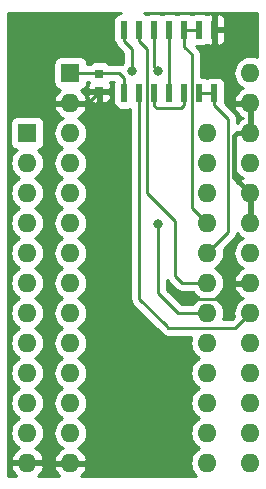
<source format=gbr>
G04 #@! TF.GenerationSoftware,KiCad,Pcbnew,(5.1.4)-1*
G04 #@! TF.CreationDate,2021-05-13T22:14:35-04:00*
G04 #@! TF.ProjectId,27c256_to_82s141,32376332-3536-45f7-946f-5f3832733134,rev?*
G04 #@! TF.SameCoordinates,Original*
G04 #@! TF.FileFunction,Copper,L2,Bot*
G04 #@! TF.FilePolarity,Positive*
%FSLAX46Y46*%
G04 Gerber Fmt 4.6, Leading zero omitted, Abs format (unit mm)*
G04 Created by KiCad (PCBNEW (5.1.4)-1) date 2021-05-13 22:14:35*
%MOMM*%
%LPD*%
G04 APERTURE LIST*
%ADD10O,1.600000X1.600000*%
%ADD11R,1.600000X1.600000*%
%ADD12R,0.750000X0.800000*%
%ADD13R,0.600000X1.500000*%
%ADD14C,0.800000*%
%ADD15C,0.250000*%
%ADD16C,0.400000*%
%ADD17C,0.254000*%
G04 APERTURE END LIST*
D10*
X122390000Y-55800000D03*
X107150000Y-83740000D03*
X122390000Y-58340000D03*
X107150000Y-81200000D03*
X122390000Y-60880000D03*
X107150000Y-78660000D03*
X122390000Y-63420000D03*
X107150000Y-76120000D03*
X122390000Y-65960000D03*
X107150000Y-73580000D03*
X122390000Y-68500000D03*
X107150000Y-71040000D03*
X122390000Y-71040000D03*
X107150000Y-68500000D03*
X122390000Y-73580000D03*
X107150000Y-65960000D03*
X122390000Y-76120000D03*
X107150000Y-63420000D03*
X122390000Y-78660000D03*
X107150000Y-60880000D03*
X122390000Y-81200000D03*
X107150000Y-58340000D03*
X122390000Y-83740000D03*
D11*
X107150000Y-55800000D03*
D12*
X113260000Y-50780000D03*
X113260000Y-52280000D03*
D10*
X126045001Y-50735001D03*
X110805001Y-83755001D03*
X126045001Y-53275001D03*
X110805001Y-81215001D03*
X126045001Y-55815001D03*
X110805001Y-78675001D03*
X126045001Y-58355001D03*
X110805001Y-76135001D03*
X126045001Y-60895001D03*
X110805001Y-73595001D03*
X126045001Y-63435001D03*
X110805001Y-71055001D03*
X126045001Y-65975001D03*
X110805001Y-68515001D03*
X126045001Y-68515001D03*
X110805001Y-65975001D03*
X126045001Y-71055001D03*
X110805001Y-63435001D03*
X126045001Y-73595001D03*
X110805001Y-60895001D03*
X126045001Y-76135001D03*
X110805001Y-58355001D03*
X126045001Y-78675001D03*
X110805001Y-55815001D03*
X126045001Y-81215001D03*
X110805001Y-53275001D03*
X126045001Y-83755001D03*
D11*
X110805001Y-50735001D03*
D13*
X115380000Y-52450000D03*
X116650000Y-52450000D03*
X117920000Y-52450000D03*
X119190000Y-52450000D03*
X120460000Y-52450000D03*
X121730000Y-52450000D03*
X123000000Y-52450000D03*
X123000000Y-47050000D03*
X121730000Y-47050000D03*
X120460000Y-47050000D03*
X119190000Y-47050000D03*
X117920000Y-47050000D03*
X116650000Y-47050000D03*
X115380000Y-47050000D03*
D14*
X118450000Y-83800000D03*
X124550000Y-51950000D03*
X124200000Y-69850000D03*
X120250000Y-69850000D03*
X124250000Y-65600000D03*
X118240000Y-50540000D03*
X118260000Y-63480000D03*
X116030000Y-50540000D03*
D15*
X110805001Y-50735001D02*
X114935001Y-50735001D01*
X115380000Y-51180000D02*
X115380000Y-52450000D01*
X114935001Y-50735001D02*
X115380000Y-51180000D01*
X111936371Y-53275001D02*
X110805001Y-53275001D01*
X112289999Y-53275001D02*
X111936371Y-53275001D01*
X113260000Y-52305000D02*
X112289999Y-53275001D01*
X113260000Y-52280000D02*
X113260000Y-52305000D01*
D16*
X124913631Y-55815001D02*
X124700000Y-56028632D01*
X126045001Y-55815001D02*
X124913631Y-55815001D01*
X124700000Y-59550000D02*
X126045001Y-60895001D01*
X124700000Y-56028632D02*
X124700000Y-59550000D01*
D15*
X124200000Y-69850000D02*
X123634315Y-69850000D01*
X123634315Y-69850000D02*
X120250000Y-69850000D01*
X120460000Y-47050000D02*
X121730000Y-47050000D01*
X120460000Y-48540000D02*
X120460000Y-47050000D01*
X121085001Y-49165001D02*
X120460000Y-48540000D01*
X122380000Y-63420000D02*
X121085001Y-62125001D01*
X121085001Y-62125001D02*
X121085001Y-49165001D01*
X121730000Y-52450000D02*
X123000000Y-52450000D01*
X122380000Y-65960000D02*
X124150000Y-64190000D01*
X123000000Y-53450000D02*
X123000000Y-52450000D01*
X124150000Y-54600000D02*
X123000000Y-53450000D01*
X124150000Y-64190000D02*
X124150000Y-54600000D01*
X116650000Y-47050000D02*
X116650000Y-48050000D01*
X116650000Y-48050000D02*
X117280000Y-48680000D01*
X117280000Y-60850000D02*
X117280000Y-60150000D01*
X122380000Y-68500000D02*
X120280000Y-68500000D01*
X117280000Y-48680000D02*
X117280000Y-60150000D01*
X120280000Y-68500000D02*
X119690000Y-67910000D01*
X119690000Y-67910000D02*
X119690000Y-63260000D01*
X119690000Y-63260000D02*
X117280000Y-60850000D01*
X117920000Y-47050000D02*
X117920000Y-50220000D01*
X117920000Y-50220000D02*
X118240000Y-50540000D01*
X119920000Y-71040000D02*
X122380000Y-71040000D01*
X118260000Y-63480000D02*
X118260000Y-69380000D01*
X118260000Y-69380000D02*
X119920000Y-71040000D01*
X115380000Y-47050000D02*
X115380000Y-48050000D01*
X115380000Y-48050000D02*
X116024999Y-48694999D01*
X116024999Y-48694999D02*
X116024999Y-50534999D01*
X116024999Y-50534999D02*
X116030000Y-50540000D01*
X116650000Y-52450000D02*
X116650000Y-53450000D01*
X126045001Y-71055001D02*
X124860002Y-72240000D01*
X116650000Y-69870000D02*
X116650000Y-52450000D01*
X124860002Y-72240000D02*
X124850000Y-72240000D01*
X124850000Y-72240000D02*
X124780000Y-72310000D01*
X119090000Y-72310000D02*
X118865000Y-72085000D01*
X124780000Y-72310000D02*
X119090000Y-72310000D01*
X119020000Y-72240000D02*
X118865000Y-72085000D01*
X118865000Y-72085000D02*
X116650000Y-69870000D01*
X120460000Y-53450000D02*
X120200000Y-53710000D01*
X120460000Y-52450000D02*
X120460000Y-53450000D01*
X120200000Y-53710000D02*
X118100000Y-53710000D01*
X117920000Y-53530000D02*
X117920000Y-52450000D01*
X118100000Y-53710000D02*
X117920000Y-53530000D01*
X119190000Y-47050000D02*
X119190000Y-52450000D01*
D17*
G36*
X115100684Y-45661928D02*
G01*
X115080000Y-45661928D01*
X114955518Y-45674188D01*
X114835820Y-45710498D01*
X114725506Y-45769463D01*
X114628815Y-45848815D01*
X114549463Y-45945506D01*
X114490498Y-46055820D01*
X114454188Y-46175518D01*
X114441928Y-46300000D01*
X114441928Y-47800000D01*
X114454188Y-47924482D01*
X114490498Y-48044180D01*
X114549463Y-48154494D01*
X114628815Y-48251185D01*
X114652804Y-48270872D01*
X114674454Y-48342246D01*
X114745026Y-48474276D01*
X114791591Y-48531015D01*
X114840000Y-48590001D01*
X114868998Y-48613799D01*
X115264999Y-49009801D01*
X115265000Y-49841289D01*
X115226063Y-49880226D01*
X115143355Y-50004007D01*
X115083987Y-49985998D01*
X114972334Y-49975001D01*
X114972323Y-49975001D01*
X114935001Y-49971325D01*
X114897679Y-49975001D01*
X114124089Y-49975001D01*
X114086185Y-49928815D01*
X113989494Y-49849463D01*
X113879180Y-49790498D01*
X113759482Y-49754188D01*
X113635000Y-49741928D01*
X112885000Y-49741928D01*
X112760518Y-49754188D01*
X112640820Y-49790498D01*
X112530506Y-49849463D01*
X112433815Y-49928815D01*
X112395911Y-49975001D01*
X112243073Y-49975001D01*
X112243073Y-49935001D01*
X112230813Y-49810519D01*
X112194503Y-49690821D01*
X112135538Y-49580507D01*
X112056186Y-49483816D01*
X111959495Y-49404464D01*
X111849181Y-49345499D01*
X111729483Y-49309189D01*
X111605001Y-49296929D01*
X110005001Y-49296929D01*
X109880519Y-49309189D01*
X109760821Y-49345499D01*
X109650507Y-49404464D01*
X109553816Y-49483816D01*
X109474464Y-49580507D01*
X109415499Y-49690821D01*
X109379189Y-49810519D01*
X109366929Y-49935001D01*
X109366929Y-51535001D01*
X109379189Y-51659483D01*
X109415499Y-51779181D01*
X109474464Y-51889495D01*
X109553816Y-51986186D01*
X109650507Y-52065538D01*
X109760821Y-52124503D01*
X109880519Y-52160813D01*
X109905081Y-52163232D01*
X109741482Y-52311587D01*
X109573964Y-52537581D01*
X109453755Y-52791914D01*
X109413097Y-52925962D01*
X109535086Y-53148001D01*
X110678001Y-53148001D01*
X110678001Y-53128001D01*
X110932001Y-53128001D01*
X110932001Y-53148001D01*
X112074916Y-53148001D01*
X112196905Y-52925962D01*
X112156247Y-52791914D01*
X112103352Y-52680000D01*
X112246928Y-52680000D01*
X112259188Y-52804482D01*
X112295498Y-52924180D01*
X112354463Y-53034494D01*
X112433815Y-53131185D01*
X112530506Y-53210537D01*
X112640820Y-53269502D01*
X112760518Y-53305812D01*
X112885000Y-53318072D01*
X112974250Y-53315000D01*
X113133000Y-53156250D01*
X113133000Y-52407000D01*
X113387000Y-52407000D01*
X113387000Y-53156250D01*
X113545750Y-53315000D01*
X113635000Y-53318072D01*
X113759482Y-53305812D01*
X113879180Y-53269502D01*
X113989494Y-53210537D01*
X114086185Y-53131185D01*
X114165537Y-53034494D01*
X114224502Y-52924180D01*
X114260812Y-52804482D01*
X114273072Y-52680000D01*
X114270000Y-52565750D01*
X114111250Y-52407000D01*
X113387000Y-52407000D01*
X113133000Y-52407000D01*
X112408750Y-52407000D01*
X112250000Y-52565750D01*
X112246928Y-52680000D01*
X112103352Y-52680000D01*
X112036038Y-52537581D01*
X111868520Y-52311587D01*
X111704921Y-52163232D01*
X111729483Y-52160813D01*
X111849181Y-52124503D01*
X111959495Y-52065538D01*
X112056186Y-51986186D01*
X112135538Y-51889495D01*
X112194503Y-51779181D01*
X112230813Y-51659483D01*
X112243073Y-51535001D01*
X112243073Y-51495001D01*
X112333353Y-51495001D01*
X112352061Y-51530000D01*
X112295498Y-51635820D01*
X112259188Y-51755518D01*
X112246928Y-51880000D01*
X112250000Y-51994250D01*
X112408750Y-52153000D01*
X113133000Y-52153000D01*
X113133000Y-52133000D01*
X113387000Y-52133000D01*
X113387000Y-52153000D01*
X114111250Y-52153000D01*
X114270000Y-51994250D01*
X114273072Y-51880000D01*
X114260812Y-51755518D01*
X114224502Y-51635820D01*
X114167939Y-51530000D01*
X114186647Y-51495001D01*
X114478613Y-51495001D01*
X114454188Y-51575518D01*
X114441928Y-51700000D01*
X114441928Y-53200000D01*
X114454188Y-53324482D01*
X114490498Y-53444180D01*
X114549463Y-53554494D01*
X114628815Y-53651185D01*
X114725506Y-53730537D01*
X114835820Y-53789502D01*
X114955518Y-53825812D01*
X115080000Y-53838072D01*
X115680000Y-53838072D01*
X115804482Y-53825812D01*
X115890001Y-53799870D01*
X115890000Y-69832678D01*
X115886324Y-69870000D01*
X115890000Y-69907322D01*
X115890000Y-69907332D01*
X115900997Y-70018985D01*
X115921188Y-70085546D01*
X115944454Y-70162246D01*
X116015026Y-70294276D01*
X116048000Y-70334454D01*
X116109999Y-70410001D01*
X116139003Y-70433804D01*
X118353997Y-72648799D01*
X118354003Y-72648804D01*
X118526196Y-72820997D01*
X118549999Y-72850001D01*
X118665724Y-72944974D01*
X118797753Y-73015546D01*
X118941014Y-73059003D01*
X119052667Y-73070000D01*
X119052676Y-73070000D01*
X119089999Y-73073676D01*
X119127322Y-73070000D01*
X121045136Y-73070000D01*
X120975764Y-73298691D01*
X120948057Y-73580000D01*
X120975764Y-73861309D01*
X121057818Y-74131808D01*
X121191068Y-74381101D01*
X121370392Y-74599608D01*
X121588899Y-74778932D01*
X121721858Y-74850000D01*
X121588899Y-74921068D01*
X121370392Y-75100392D01*
X121191068Y-75318899D01*
X121057818Y-75568192D01*
X120975764Y-75838691D01*
X120948057Y-76120000D01*
X120975764Y-76401309D01*
X121057818Y-76671808D01*
X121191068Y-76921101D01*
X121370392Y-77139608D01*
X121588899Y-77318932D01*
X121721858Y-77390000D01*
X121588899Y-77461068D01*
X121370392Y-77640392D01*
X121191068Y-77858899D01*
X121057818Y-78108192D01*
X120975764Y-78378691D01*
X120948057Y-78660000D01*
X120975764Y-78941309D01*
X121057818Y-79211808D01*
X121191068Y-79461101D01*
X121370392Y-79679608D01*
X121588899Y-79858932D01*
X121721858Y-79930000D01*
X121588899Y-80001068D01*
X121370392Y-80180392D01*
X121191068Y-80398899D01*
X121057818Y-80648192D01*
X120975764Y-80918691D01*
X120948057Y-81200000D01*
X120975764Y-81481309D01*
X121057818Y-81751808D01*
X121191068Y-82001101D01*
X121370392Y-82219608D01*
X121588899Y-82398932D01*
X121721858Y-82470000D01*
X121588899Y-82541068D01*
X121370392Y-82720392D01*
X121191068Y-82938899D01*
X121057818Y-83188192D01*
X120975764Y-83458691D01*
X120948057Y-83740000D01*
X120975764Y-84021309D01*
X121057818Y-84291808D01*
X121191068Y-84541101D01*
X121370392Y-84759608D01*
X121468350Y-84840000D01*
X111734442Y-84840000D01*
X111868520Y-84718415D01*
X112036038Y-84492421D01*
X112156247Y-84238088D01*
X112196905Y-84104040D01*
X112074916Y-83882001D01*
X110932001Y-83882001D01*
X110932001Y-83902001D01*
X110678001Y-83902001D01*
X110678001Y-83882001D01*
X109535086Y-83882001D01*
X109413097Y-84104040D01*
X109453755Y-84238088D01*
X109573964Y-84492421D01*
X109741482Y-84718415D01*
X109875560Y-84840000D01*
X108062899Y-84840000D01*
X108213519Y-84703414D01*
X108381037Y-84477420D01*
X108501246Y-84223087D01*
X108541904Y-84089039D01*
X108419915Y-83867000D01*
X107277000Y-83867000D01*
X107277000Y-83887000D01*
X107023000Y-83887000D01*
X107023000Y-83867000D01*
X105880085Y-83867000D01*
X105758096Y-84089039D01*
X105798754Y-84223087D01*
X105918963Y-84477420D01*
X106086481Y-84703414D01*
X106237101Y-84840000D01*
X105510000Y-84840000D01*
X105510000Y-58340000D01*
X105708057Y-58340000D01*
X105735764Y-58621309D01*
X105817818Y-58891808D01*
X105951068Y-59141101D01*
X106130392Y-59359608D01*
X106348899Y-59538932D01*
X106481858Y-59610000D01*
X106348899Y-59681068D01*
X106130392Y-59860392D01*
X105951068Y-60078899D01*
X105817818Y-60328192D01*
X105735764Y-60598691D01*
X105708057Y-60880000D01*
X105735764Y-61161309D01*
X105817818Y-61431808D01*
X105951068Y-61681101D01*
X106130392Y-61899608D01*
X106348899Y-62078932D01*
X106481858Y-62150000D01*
X106348899Y-62221068D01*
X106130392Y-62400392D01*
X105951068Y-62618899D01*
X105817818Y-62868192D01*
X105735764Y-63138691D01*
X105708057Y-63420000D01*
X105735764Y-63701309D01*
X105817818Y-63971808D01*
X105951068Y-64221101D01*
X106130392Y-64439608D01*
X106348899Y-64618932D01*
X106481858Y-64690000D01*
X106348899Y-64761068D01*
X106130392Y-64940392D01*
X105951068Y-65158899D01*
X105817818Y-65408192D01*
X105735764Y-65678691D01*
X105708057Y-65960000D01*
X105735764Y-66241309D01*
X105817818Y-66511808D01*
X105951068Y-66761101D01*
X106130392Y-66979608D01*
X106348899Y-67158932D01*
X106481858Y-67230000D01*
X106348899Y-67301068D01*
X106130392Y-67480392D01*
X105951068Y-67698899D01*
X105817818Y-67948192D01*
X105735764Y-68218691D01*
X105708057Y-68500000D01*
X105735764Y-68781309D01*
X105817818Y-69051808D01*
X105951068Y-69301101D01*
X106130392Y-69519608D01*
X106348899Y-69698932D01*
X106481858Y-69770000D01*
X106348899Y-69841068D01*
X106130392Y-70020392D01*
X105951068Y-70238899D01*
X105817818Y-70488192D01*
X105735764Y-70758691D01*
X105708057Y-71040000D01*
X105735764Y-71321309D01*
X105817818Y-71591808D01*
X105951068Y-71841101D01*
X106130392Y-72059608D01*
X106348899Y-72238932D01*
X106481858Y-72310000D01*
X106348899Y-72381068D01*
X106130392Y-72560392D01*
X105951068Y-72778899D01*
X105817818Y-73028192D01*
X105735764Y-73298691D01*
X105708057Y-73580000D01*
X105735764Y-73861309D01*
X105817818Y-74131808D01*
X105951068Y-74381101D01*
X106130392Y-74599608D01*
X106348899Y-74778932D01*
X106481858Y-74850000D01*
X106348899Y-74921068D01*
X106130392Y-75100392D01*
X105951068Y-75318899D01*
X105817818Y-75568192D01*
X105735764Y-75838691D01*
X105708057Y-76120000D01*
X105735764Y-76401309D01*
X105817818Y-76671808D01*
X105951068Y-76921101D01*
X106130392Y-77139608D01*
X106348899Y-77318932D01*
X106481858Y-77390000D01*
X106348899Y-77461068D01*
X106130392Y-77640392D01*
X105951068Y-77858899D01*
X105817818Y-78108192D01*
X105735764Y-78378691D01*
X105708057Y-78660000D01*
X105735764Y-78941309D01*
X105817818Y-79211808D01*
X105951068Y-79461101D01*
X106130392Y-79679608D01*
X106348899Y-79858932D01*
X106481858Y-79930000D01*
X106348899Y-80001068D01*
X106130392Y-80180392D01*
X105951068Y-80398899D01*
X105817818Y-80648192D01*
X105735764Y-80918691D01*
X105708057Y-81200000D01*
X105735764Y-81481309D01*
X105817818Y-81751808D01*
X105951068Y-82001101D01*
X106130392Y-82219608D01*
X106348899Y-82398932D01*
X106486682Y-82472579D01*
X106294869Y-82587615D01*
X106086481Y-82776586D01*
X105918963Y-83002580D01*
X105798754Y-83256913D01*
X105758096Y-83390961D01*
X105880085Y-83613000D01*
X107023000Y-83613000D01*
X107023000Y-83593000D01*
X107277000Y-83593000D01*
X107277000Y-83613000D01*
X108419915Y-83613000D01*
X108541904Y-83390961D01*
X108501246Y-83256913D01*
X108381037Y-83002580D01*
X108213519Y-82776586D01*
X108005131Y-82587615D01*
X107813318Y-82472579D01*
X107951101Y-82398932D01*
X108169608Y-82219608D01*
X108348932Y-82001101D01*
X108482182Y-81751808D01*
X108564236Y-81481309D01*
X108591943Y-81200000D01*
X108564236Y-80918691D01*
X108482182Y-80648192D01*
X108348932Y-80398899D01*
X108169608Y-80180392D01*
X107951101Y-80001068D01*
X107818142Y-79930000D01*
X107951101Y-79858932D01*
X108169608Y-79679608D01*
X108348932Y-79461101D01*
X108482182Y-79211808D01*
X108564236Y-78941309D01*
X108591943Y-78660000D01*
X108564236Y-78378691D01*
X108482182Y-78108192D01*
X108348932Y-77858899D01*
X108169608Y-77640392D01*
X107951101Y-77461068D01*
X107818142Y-77390000D01*
X107951101Y-77318932D01*
X108169608Y-77139608D01*
X108348932Y-76921101D01*
X108482182Y-76671808D01*
X108564236Y-76401309D01*
X108591943Y-76120000D01*
X108564236Y-75838691D01*
X108482182Y-75568192D01*
X108348932Y-75318899D01*
X108169608Y-75100392D01*
X107951101Y-74921068D01*
X107818142Y-74850000D01*
X107951101Y-74778932D01*
X108169608Y-74599608D01*
X108348932Y-74381101D01*
X108482182Y-74131808D01*
X108564236Y-73861309D01*
X108591943Y-73580000D01*
X108564236Y-73298691D01*
X108482182Y-73028192D01*
X108348932Y-72778899D01*
X108169608Y-72560392D01*
X107951101Y-72381068D01*
X107818142Y-72310000D01*
X107951101Y-72238932D01*
X108169608Y-72059608D01*
X108348932Y-71841101D01*
X108482182Y-71591808D01*
X108564236Y-71321309D01*
X108591943Y-71040000D01*
X108564236Y-70758691D01*
X108482182Y-70488192D01*
X108348932Y-70238899D01*
X108169608Y-70020392D01*
X107951101Y-69841068D01*
X107818142Y-69770000D01*
X107951101Y-69698932D01*
X108169608Y-69519608D01*
X108348932Y-69301101D01*
X108482182Y-69051808D01*
X108564236Y-68781309D01*
X108591943Y-68500000D01*
X108564236Y-68218691D01*
X108482182Y-67948192D01*
X108348932Y-67698899D01*
X108169608Y-67480392D01*
X107951101Y-67301068D01*
X107818142Y-67230000D01*
X107951101Y-67158932D01*
X108169608Y-66979608D01*
X108348932Y-66761101D01*
X108482182Y-66511808D01*
X108564236Y-66241309D01*
X108591943Y-65960000D01*
X108564236Y-65678691D01*
X108482182Y-65408192D01*
X108348932Y-65158899D01*
X108169608Y-64940392D01*
X107951101Y-64761068D01*
X107818142Y-64690000D01*
X107951101Y-64618932D01*
X108169608Y-64439608D01*
X108348932Y-64221101D01*
X108482182Y-63971808D01*
X108564236Y-63701309D01*
X108591943Y-63420000D01*
X108564236Y-63138691D01*
X108482182Y-62868192D01*
X108348932Y-62618899D01*
X108169608Y-62400392D01*
X107951101Y-62221068D01*
X107818142Y-62150000D01*
X107951101Y-62078932D01*
X108169608Y-61899608D01*
X108348932Y-61681101D01*
X108482182Y-61431808D01*
X108564236Y-61161309D01*
X108591943Y-60880000D01*
X108564236Y-60598691D01*
X108482182Y-60328192D01*
X108348932Y-60078899D01*
X108169608Y-59860392D01*
X107951101Y-59681068D01*
X107818142Y-59610000D01*
X107951101Y-59538932D01*
X108169608Y-59359608D01*
X108348932Y-59141101D01*
X108482182Y-58891808D01*
X108564236Y-58621309D01*
X108591943Y-58340000D01*
X108564236Y-58058691D01*
X108482182Y-57788192D01*
X108348932Y-57538899D01*
X108169608Y-57320392D01*
X108056518Y-57227581D01*
X108074482Y-57225812D01*
X108194180Y-57189502D01*
X108304494Y-57130537D01*
X108401185Y-57051185D01*
X108480537Y-56954494D01*
X108539502Y-56844180D01*
X108575812Y-56724482D01*
X108588072Y-56600000D01*
X108588072Y-55815001D01*
X109363058Y-55815001D01*
X109390765Y-56096310D01*
X109472819Y-56366809D01*
X109606069Y-56616102D01*
X109785393Y-56834609D01*
X110003900Y-57013933D01*
X110136859Y-57085001D01*
X110003900Y-57156069D01*
X109785393Y-57335393D01*
X109606069Y-57553900D01*
X109472819Y-57803193D01*
X109390765Y-58073692D01*
X109363058Y-58355001D01*
X109390765Y-58636310D01*
X109472819Y-58906809D01*
X109606069Y-59156102D01*
X109785393Y-59374609D01*
X110003900Y-59553933D01*
X110136859Y-59625001D01*
X110003900Y-59696069D01*
X109785393Y-59875393D01*
X109606069Y-60093900D01*
X109472819Y-60343193D01*
X109390765Y-60613692D01*
X109363058Y-60895001D01*
X109390765Y-61176310D01*
X109472819Y-61446809D01*
X109606069Y-61696102D01*
X109785393Y-61914609D01*
X110003900Y-62093933D01*
X110136859Y-62165001D01*
X110003900Y-62236069D01*
X109785393Y-62415393D01*
X109606069Y-62633900D01*
X109472819Y-62883193D01*
X109390765Y-63153692D01*
X109363058Y-63435001D01*
X109390765Y-63716310D01*
X109472819Y-63986809D01*
X109606069Y-64236102D01*
X109785393Y-64454609D01*
X110003900Y-64633933D01*
X110136859Y-64705001D01*
X110003900Y-64776069D01*
X109785393Y-64955393D01*
X109606069Y-65173900D01*
X109472819Y-65423193D01*
X109390765Y-65693692D01*
X109363058Y-65975001D01*
X109390765Y-66256310D01*
X109472819Y-66526809D01*
X109606069Y-66776102D01*
X109785393Y-66994609D01*
X110003900Y-67173933D01*
X110136859Y-67245001D01*
X110003900Y-67316069D01*
X109785393Y-67495393D01*
X109606069Y-67713900D01*
X109472819Y-67963193D01*
X109390765Y-68233692D01*
X109363058Y-68515001D01*
X109390765Y-68796310D01*
X109472819Y-69066809D01*
X109606069Y-69316102D01*
X109785393Y-69534609D01*
X110003900Y-69713933D01*
X110136859Y-69785001D01*
X110003900Y-69856069D01*
X109785393Y-70035393D01*
X109606069Y-70253900D01*
X109472819Y-70503193D01*
X109390765Y-70773692D01*
X109363058Y-71055001D01*
X109390765Y-71336310D01*
X109472819Y-71606809D01*
X109606069Y-71856102D01*
X109785393Y-72074609D01*
X110003900Y-72253933D01*
X110136859Y-72325001D01*
X110003900Y-72396069D01*
X109785393Y-72575393D01*
X109606069Y-72793900D01*
X109472819Y-73043193D01*
X109390765Y-73313692D01*
X109363058Y-73595001D01*
X109390765Y-73876310D01*
X109472819Y-74146809D01*
X109606069Y-74396102D01*
X109785393Y-74614609D01*
X110003900Y-74793933D01*
X110136859Y-74865001D01*
X110003900Y-74936069D01*
X109785393Y-75115393D01*
X109606069Y-75333900D01*
X109472819Y-75583193D01*
X109390765Y-75853692D01*
X109363058Y-76135001D01*
X109390765Y-76416310D01*
X109472819Y-76686809D01*
X109606069Y-76936102D01*
X109785393Y-77154609D01*
X110003900Y-77333933D01*
X110136859Y-77405001D01*
X110003900Y-77476069D01*
X109785393Y-77655393D01*
X109606069Y-77873900D01*
X109472819Y-78123193D01*
X109390765Y-78393692D01*
X109363058Y-78675001D01*
X109390765Y-78956310D01*
X109472819Y-79226809D01*
X109606069Y-79476102D01*
X109785393Y-79694609D01*
X110003900Y-79873933D01*
X110136859Y-79945001D01*
X110003900Y-80016069D01*
X109785393Y-80195393D01*
X109606069Y-80413900D01*
X109472819Y-80663193D01*
X109390765Y-80933692D01*
X109363058Y-81215001D01*
X109390765Y-81496310D01*
X109472819Y-81766809D01*
X109606069Y-82016102D01*
X109785393Y-82234609D01*
X110003900Y-82413933D01*
X110141683Y-82487580D01*
X109949870Y-82602616D01*
X109741482Y-82791587D01*
X109573964Y-83017581D01*
X109453755Y-83271914D01*
X109413097Y-83405962D01*
X109535086Y-83628001D01*
X110678001Y-83628001D01*
X110678001Y-83608001D01*
X110932001Y-83608001D01*
X110932001Y-83628001D01*
X112074916Y-83628001D01*
X112196905Y-83405962D01*
X112156247Y-83271914D01*
X112036038Y-83017581D01*
X111868520Y-82791587D01*
X111660132Y-82602616D01*
X111468319Y-82487580D01*
X111606102Y-82413933D01*
X111824609Y-82234609D01*
X112003933Y-82016102D01*
X112137183Y-81766809D01*
X112219237Y-81496310D01*
X112246944Y-81215001D01*
X112219237Y-80933692D01*
X112137183Y-80663193D01*
X112003933Y-80413900D01*
X111824609Y-80195393D01*
X111606102Y-80016069D01*
X111473143Y-79945001D01*
X111606102Y-79873933D01*
X111824609Y-79694609D01*
X112003933Y-79476102D01*
X112137183Y-79226809D01*
X112219237Y-78956310D01*
X112246944Y-78675001D01*
X112219237Y-78393692D01*
X112137183Y-78123193D01*
X112003933Y-77873900D01*
X111824609Y-77655393D01*
X111606102Y-77476069D01*
X111473143Y-77405001D01*
X111606102Y-77333933D01*
X111824609Y-77154609D01*
X112003933Y-76936102D01*
X112137183Y-76686809D01*
X112219237Y-76416310D01*
X112246944Y-76135001D01*
X112219237Y-75853692D01*
X112137183Y-75583193D01*
X112003933Y-75333900D01*
X111824609Y-75115393D01*
X111606102Y-74936069D01*
X111473143Y-74865001D01*
X111606102Y-74793933D01*
X111824609Y-74614609D01*
X112003933Y-74396102D01*
X112137183Y-74146809D01*
X112219237Y-73876310D01*
X112246944Y-73595001D01*
X112219237Y-73313692D01*
X112137183Y-73043193D01*
X112003933Y-72793900D01*
X111824609Y-72575393D01*
X111606102Y-72396069D01*
X111473143Y-72325001D01*
X111606102Y-72253933D01*
X111824609Y-72074609D01*
X112003933Y-71856102D01*
X112137183Y-71606809D01*
X112219237Y-71336310D01*
X112246944Y-71055001D01*
X112219237Y-70773692D01*
X112137183Y-70503193D01*
X112003933Y-70253900D01*
X111824609Y-70035393D01*
X111606102Y-69856069D01*
X111473143Y-69785001D01*
X111606102Y-69713933D01*
X111824609Y-69534609D01*
X112003933Y-69316102D01*
X112137183Y-69066809D01*
X112219237Y-68796310D01*
X112246944Y-68515001D01*
X112219237Y-68233692D01*
X112137183Y-67963193D01*
X112003933Y-67713900D01*
X111824609Y-67495393D01*
X111606102Y-67316069D01*
X111473143Y-67245001D01*
X111606102Y-67173933D01*
X111824609Y-66994609D01*
X112003933Y-66776102D01*
X112137183Y-66526809D01*
X112219237Y-66256310D01*
X112246944Y-65975001D01*
X112219237Y-65693692D01*
X112137183Y-65423193D01*
X112003933Y-65173900D01*
X111824609Y-64955393D01*
X111606102Y-64776069D01*
X111473143Y-64705001D01*
X111606102Y-64633933D01*
X111824609Y-64454609D01*
X112003933Y-64236102D01*
X112137183Y-63986809D01*
X112219237Y-63716310D01*
X112246944Y-63435001D01*
X112219237Y-63153692D01*
X112137183Y-62883193D01*
X112003933Y-62633900D01*
X111824609Y-62415393D01*
X111606102Y-62236069D01*
X111473143Y-62165001D01*
X111606102Y-62093933D01*
X111824609Y-61914609D01*
X112003933Y-61696102D01*
X112137183Y-61446809D01*
X112219237Y-61176310D01*
X112246944Y-60895001D01*
X112219237Y-60613692D01*
X112137183Y-60343193D01*
X112003933Y-60093900D01*
X111824609Y-59875393D01*
X111606102Y-59696069D01*
X111473143Y-59625001D01*
X111606102Y-59553933D01*
X111824609Y-59374609D01*
X112003933Y-59156102D01*
X112137183Y-58906809D01*
X112219237Y-58636310D01*
X112246944Y-58355001D01*
X112219237Y-58073692D01*
X112137183Y-57803193D01*
X112003933Y-57553900D01*
X111824609Y-57335393D01*
X111606102Y-57156069D01*
X111473143Y-57085001D01*
X111606102Y-57013933D01*
X111824609Y-56834609D01*
X112003933Y-56616102D01*
X112137183Y-56366809D01*
X112219237Y-56096310D01*
X112246944Y-55815001D01*
X112219237Y-55533692D01*
X112137183Y-55263193D01*
X112003933Y-55013900D01*
X111824609Y-54795393D01*
X111606102Y-54616069D01*
X111468319Y-54542422D01*
X111660132Y-54427386D01*
X111868520Y-54238415D01*
X112036038Y-54012421D01*
X112156247Y-53758088D01*
X112196905Y-53624040D01*
X112074916Y-53402001D01*
X110932001Y-53402001D01*
X110932001Y-53422001D01*
X110678001Y-53422001D01*
X110678001Y-53402001D01*
X109535086Y-53402001D01*
X109413097Y-53624040D01*
X109453755Y-53758088D01*
X109573964Y-54012421D01*
X109741482Y-54238415D01*
X109949870Y-54427386D01*
X110141683Y-54542422D01*
X110003900Y-54616069D01*
X109785393Y-54795393D01*
X109606069Y-55013900D01*
X109472819Y-55263193D01*
X109390765Y-55533692D01*
X109363058Y-55815001D01*
X108588072Y-55815001D01*
X108588072Y-55000000D01*
X108575812Y-54875518D01*
X108539502Y-54755820D01*
X108480537Y-54645506D01*
X108401185Y-54548815D01*
X108304494Y-54469463D01*
X108194180Y-54410498D01*
X108074482Y-54374188D01*
X107950000Y-54361928D01*
X106350000Y-54361928D01*
X106225518Y-54374188D01*
X106105820Y-54410498D01*
X105995506Y-54469463D01*
X105898815Y-54548815D01*
X105819463Y-54645506D01*
X105760498Y-54755820D01*
X105724188Y-54875518D01*
X105711928Y-55000000D01*
X105711928Y-56600000D01*
X105724188Y-56724482D01*
X105760498Y-56844180D01*
X105819463Y-56954494D01*
X105898815Y-57051185D01*
X105995506Y-57130537D01*
X106105820Y-57189502D01*
X106225518Y-57225812D01*
X106243482Y-57227581D01*
X106130392Y-57320392D01*
X105951068Y-57538899D01*
X105817818Y-57788192D01*
X105735764Y-58058691D01*
X105708057Y-58340000D01*
X105510000Y-58340000D01*
X105510000Y-45660000D01*
X115099422Y-45660000D01*
X115100684Y-45661928D01*
X115100684Y-45661928D01*
G37*
X115100684Y-45661928D02*
X115080000Y-45661928D01*
X114955518Y-45674188D01*
X114835820Y-45710498D01*
X114725506Y-45769463D01*
X114628815Y-45848815D01*
X114549463Y-45945506D01*
X114490498Y-46055820D01*
X114454188Y-46175518D01*
X114441928Y-46300000D01*
X114441928Y-47800000D01*
X114454188Y-47924482D01*
X114490498Y-48044180D01*
X114549463Y-48154494D01*
X114628815Y-48251185D01*
X114652804Y-48270872D01*
X114674454Y-48342246D01*
X114745026Y-48474276D01*
X114791591Y-48531015D01*
X114840000Y-48590001D01*
X114868998Y-48613799D01*
X115264999Y-49009801D01*
X115265000Y-49841289D01*
X115226063Y-49880226D01*
X115143355Y-50004007D01*
X115083987Y-49985998D01*
X114972334Y-49975001D01*
X114972323Y-49975001D01*
X114935001Y-49971325D01*
X114897679Y-49975001D01*
X114124089Y-49975001D01*
X114086185Y-49928815D01*
X113989494Y-49849463D01*
X113879180Y-49790498D01*
X113759482Y-49754188D01*
X113635000Y-49741928D01*
X112885000Y-49741928D01*
X112760518Y-49754188D01*
X112640820Y-49790498D01*
X112530506Y-49849463D01*
X112433815Y-49928815D01*
X112395911Y-49975001D01*
X112243073Y-49975001D01*
X112243073Y-49935001D01*
X112230813Y-49810519D01*
X112194503Y-49690821D01*
X112135538Y-49580507D01*
X112056186Y-49483816D01*
X111959495Y-49404464D01*
X111849181Y-49345499D01*
X111729483Y-49309189D01*
X111605001Y-49296929D01*
X110005001Y-49296929D01*
X109880519Y-49309189D01*
X109760821Y-49345499D01*
X109650507Y-49404464D01*
X109553816Y-49483816D01*
X109474464Y-49580507D01*
X109415499Y-49690821D01*
X109379189Y-49810519D01*
X109366929Y-49935001D01*
X109366929Y-51535001D01*
X109379189Y-51659483D01*
X109415499Y-51779181D01*
X109474464Y-51889495D01*
X109553816Y-51986186D01*
X109650507Y-52065538D01*
X109760821Y-52124503D01*
X109880519Y-52160813D01*
X109905081Y-52163232D01*
X109741482Y-52311587D01*
X109573964Y-52537581D01*
X109453755Y-52791914D01*
X109413097Y-52925962D01*
X109535086Y-53148001D01*
X110678001Y-53148001D01*
X110678001Y-53128001D01*
X110932001Y-53128001D01*
X110932001Y-53148001D01*
X112074916Y-53148001D01*
X112196905Y-52925962D01*
X112156247Y-52791914D01*
X112103352Y-52680000D01*
X112246928Y-52680000D01*
X112259188Y-52804482D01*
X112295498Y-52924180D01*
X112354463Y-53034494D01*
X112433815Y-53131185D01*
X112530506Y-53210537D01*
X112640820Y-53269502D01*
X112760518Y-53305812D01*
X112885000Y-53318072D01*
X112974250Y-53315000D01*
X113133000Y-53156250D01*
X113133000Y-52407000D01*
X113387000Y-52407000D01*
X113387000Y-53156250D01*
X113545750Y-53315000D01*
X113635000Y-53318072D01*
X113759482Y-53305812D01*
X113879180Y-53269502D01*
X113989494Y-53210537D01*
X114086185Y-53131185D01*
X114165537Y-53034494D01*
X114224502Y-52924180D01*
X114260812Y-52804482D01*
X114273072Y-52680000D01*
X114270000Y-52565750D01*
X114111250Y-52407000D01*
X113387000Y-52407000D01*
X113133000Y-52407000D01*
X112408750Y-52407000D01*
X112250000Y-52565750D01*
X112246928Y-52680000D01*
X112103352Y-52680000D01*
X112036038Y-52537581D01*
X111868520Y-52311587D01*
X111704921Y-52163232D01*
X111729483Y-52160813D01*
X111849181Y-52124503D01*
X111959495Y-52065538D01*
X112056186Y-51986186D01*
X112135538Y-51889495D01*
X112194503Y-51779181D01*
X112230813Y-51659483D01*
X112243073Y-51535001D01*
X112243073Y-51495001D01*
X112333353Y-51495001D01*
X112352061Y-51530000D01*
X112295498Y-51635820D01*
X112259188Y-51755518D01*
X112246928Y-51880000D01*
X112250000Y-51994250D01*
X112408750Y-52153000D01*
X113133000Y-52153000D01*
X113133000Y-52133000D01*
X113387000Y-52133000D01*
X113387000Y-52153000D01*
X114111250Y-52153000D01*
X114270000Y-51994250D01*
X114273072Y-51880000D01*
X114260812Y-51755518D01*
X114224502Y-51635820D01*
X114167939Y-51530000D01*
X114186647Y-51495001D01*
X114478613Y-51495001D01*
X114454188Y-51575518D01*
X114441928Y-51700000D01*
X114441928Y-53200000D01*
X114454188Y-53324482D01*
X114490498Y-53444180D01*
X114549463Y-53554494D01*
X114628815Y-53651185D01*
X114725506Y-53730537D01*
X114835820Y-53789502D01*
X114955518Y-53825812D01*
X115080000Y-53838072D01*
X115680000Y-53838072D01*
X115804482Y-53825812D01*
X115890001Y-53799870D01*
X115890000Y-69832678D01*
X115886324Y-69870000D01*
X115890000Y-69907322D01*
X115890000Y-69907332D01*
X115900997Y-70018985D01*
X115921188Y-70085546D01*
X115944454Y-70162246D01*
X116015026Y-70294276D01*
X116048000Y-70334454D01*
X116109999Y-70410001D01*
X116139003Y-70433804D01*
X118353997Y-72648799D01*
X118354003Y-72648804D01*
X118526196Y-72820997D01*
X118549999Y-72850001D01*
X118665724Y-72944974D01*
X118797753Y-73015546D01*
X118941014Y-73059003D01*
X119052667Y-73070000D01*
X119052676Y-73070000D01*
X119089999Y-73073676D01*
X119127322Y-73070000D01*
X121045136Y-73070000D01*
X120975764Y-73298691D01*
X120948057Y-73580000D01*
X120975764Y-73861309D01*
X121057818Y-74131808D01*
X121191068Y-74381101D01*
X121370392Y-74599608D01*
X121588899Y-74778932D01*
X121721858Y-74850000D01*
X121588899Y-74921068D01*
X121370392Y-75100392D01*
X121191068Y-75318899D01*
X121057818Y-75568192D01*
X120975764Y-75838691D01*
X120948057Y-76120000D01*
X120975764Y-76401309D01*
X121057818Y-76671808D01*
X121191068Y-76921101D01*
X121370392Y-77139608D01*
X121588899Y-77318932D01*
X121721858Y-77390000D01*
X121588899Y-77461068D01*
X121370392Y-77640392D01*
X121191068Y-77858899D01*
X121057818Y-78108192D01*
X120975764Y-78378691D01*
X120948057Y-78660000D01*
X120975764Y-78941309D01*
X121057818Y-79211808D01*
X121191068Y-79461101D01*
X121370392Y-79679608D01*
X121588899Y-79858932D01*
X121721858Y-79930000D01*
X121588899Y-80001068D01*
X121370392Y-80180392D01*
X121191068Y-80398899D01*
X121057818Y-80648192D01*
X120975764Y-80918691D01*
X120948057Y-81200000D01*
X120975764Y-81481309D01*
X121057818Y-81751808D01*
X121191068Y-82001101D01*
X121370392Y-82219608D01*
X121588899Y-82398932D01*
X121721858Y-82470000D01*
X121588899Y-82541068D01*
X121370392Y-82720392D01*
X121191068Y-82938899D01*
X121057818Y-83188192D01*
X120975764Y-83458691D01*
X120948057Y-83740000D01*
X120975764Y-84021309D01*
X121057818Y-84291808D01*
X121191068Y-84541101D01*
X121370392Y-84759608D01*
X121468350Y-84840000D01*
X111734442Y-84840000D01*
X111868520Y-84718415D01*
X112036038Y-84492421D01*
X112156247Y-84238088D01*
X112196905Y-84104040D01*
X112074916Y-83882001D01*
X110932001Y-83882001D01*
X110932001Y-83902001D01*
X110678001Y-83902001D01*
X110678001Y-83882001D01*
X109535086Y-83882001D01*
X109413097Y-84104040D01*
X109453755Y-84238088D01*
X109573964Y-84492421D01*
X109741482Y-84718415D01*
X109875560Y-84840000D01*
X108062899Y-84840000D01*
X108213519Y-84703414D01*
X108381037Y-84477420D01*
X108501246Y-84223087D01*
X108541904Y-84089039D01*
X108419915Y-83867000D01*
X107277000Y-83867000D01*
X107277000Y-83887000D01*
X107023000Y-83887000D01*
X107023000Y-83867000D01*
X105880085Y-83867000D01*
X105758096Y-84089039D01*
X105798754Y-84223087D01*
X105918963Y-84477420D01*
X106086481Y-84703414D01*
X106237101Y-84840000D01*
X105510000Y-84840000D01*
X105510000Y-58340000D01*
X105708057Y-58340000D01*
X105735764Y-58621309D01*
X105817818Y-58891808D01*
X105951068Y-59141101D01*
X106130392Y-59359608D01*
X106348899Y-59538932D01*
X106481858Y-59610000D01*
X106348899Y-59681068D01*
X106130392Y-59860392D01*
X105951068Y-60078899D01*
X105817818Y-60328192D01*
X105735764Y-60598691D01*
X105708057Y-60880000D01*
X105735764Y-61161309D01*
X105817818Y-61431808D01*
X105951068Y-61681101D01*
X106130392Y-61899608D01*
X106348899Y-62078932D01*
X106481858Y-62150000D01*
X106348899Y-62221068D01*
X106130392Y-62400392D01*
X105951068Y-62618899D01*
X105817818Y-62868192D01*
X105735764Y-63138691D01*
X105708057Y-63420000D01*
X105735764Y-63701309D01*
X105817818Y-63971808D01*
X105951068Y-64221101D01*
X106130392Y-64439608D01*
X106348899Y-64618932D01*
X106481858Y-64690000D01*
X106348899Y-64761068D01*
X106130392Y-64940392D01*
X105951068Y-65158899D01*
X105817818Y-65408192D01*
X105735764Y-65678691D01*
X105708057Y-65960000D01*
X105735764Y-66241309D01*
X105817818Y-66511808D01*
X105951068Y-66761101D01*
X106130392Y-66979608D01*
X106348899Y-67158932D01*
X106481858Y-67230000D01*
X106348899Y-67301068D01*
X106130392Y-67480392D01*
X105951068Y-67698899D01*
X105817818Y-67948192D01*
X105735764Y-68218691D01*
X105708057Y-68500000D01*
X105735764Y-68781309D01*
X105817818Y-69051808D01*
X105951068Y-69301101D01*
X106130392Y-69519608D01*
X106348899Y-69698932D01*
X106481858Y-69770000D01*
X106348899Y-69841068D01*
X106130392Y-70020392D01*
X105951068Y-70238899D01*
X105817818Y-70488192D01*
X105735764Y-70758691D01*
X105708057Y-71040000D01*
X105735764Y-71321309D01*
X105817818Y-71591808D01*
X105951068Y-71841101D01*
X106130392Y-72059608D01*
X106348899Y-72238932D01*
X106481858Y-72310000D01*
X106348899Y-72381068D01*
X106130392Y-72560392D01*
X105951068Y-72778899D01*
X105817818Y-73028192D01*
X105735764Y-73298691D01*
X105708057Y-73580000D01*
X105735764Y-73861309D01*
X105817818Y-74131808D01*
X105951068Y-74381101D01*
X106130392Y-74599608D01*
X106348899Y-74778932D01*
X106481858Y-74850000D01*
X106348899Y-74921068D01*
X106130392Y-75100392D01*
X105951068Y-75318899D01*
X105817818Y-75568192D01*
X105735764Y-75838691D01*
X105708057Y-76120000D01*
X105735764Y-76401309D01*
X105817818Y-76671808D01*
X105951068Y-76921101D01*
X106130392Y-77139608D01*
X106348899Y-77318932D01*
X106481858Y-77390000D01*
X106348899Y-77461068D01*
X106130392Y-77640392D01*
X105951068Y-77858899D01*
X105817818Y-78108192D01*
X105735764Y-78378691D01*
X105708057Y-78660000D01*
X105735764Y-78941309D01*
X105817818Y-79211808D01*
X105951068Y-79461101D01*
X106130392Y-79679608D01*
X106348899Y-79858932D01*
X106481858Y-79930000D01*
X106348899Y-80001068D01*
X106130392Y-80180392D01*
X105951068Y-80398899D01*
X105817818Y-80648192D01*
X105735764Y-80918691D01*
X105708057Y-81200000D01*
X105735764Y-81481309D01*
X105817818Y-81751808D01*
X105951068Y-82001101D01*
X106130392Y-82219608D01*
X106348899Y-82398932D01*
X106486682Y-82472579D01*
X106294869Y-82587615D01*
X106086481Y-82776586D01*
X105918963Y-83002580D01*
X105798754Y-83256913D01*
X105758096Y-83390961D01*
X105880085Y-83613000D01*
X107023000Y-83613000D01*
X107023000Y-83593000D01*
X107277000Y-83593000D01*
X107277000Y-83613000D01*
X108419915Y-83613000D01*
X108541904Y-83390961D01*
X108501246Y-83256913D01*
X108381037Y-83002580D01*
X108213519Y-82776586D01*
X108005131Y-82587615D01*
X107813318Y-82472579D01*
X107951101Y-82398932D01*
X108169608Y-82219608D01*
X108348932Y-82001101D01*
X108482182Y-81751808D01*
X108564236Y-81481309D01*
X108591943Y-81200000D01*
X108564236Y-80918691D01*
X108482182Y-80648192D01*
X108348932Y-80398899D01*
X108169608Y-80180392D01*
X107951101Y-80001068D01*
X107818142Y-79930000D01*
X107951101Y-79858932D01*
X108169608Y-79679608D01*
X108348932Y-79461101D01*
X108482182Y-79211808D01*
X108564236Y-78941309D01*
X108591943Y-78660000D01*
X108564236Y-78378691D01*
X108482182Y-78108192D01*
X108348932Y-77858899D01*
X108169608Y-77640392D01*
X107951101Y-77461068D01*
X107818142Y-77390000D01*
X107951101Y-77318932D01*
X108169608Y-77139608D01*
X108348932Y-76921101D01*
X108482182Y-76671808D01*
X108564236Y-76401309D01*
X108591943Y-76120000D01*
X108564236Y-75838691D01*
X108482182Y-75568192D01*
X108348932Y-75318899D01*
X108169608Y-75100392D01*
X107951101Y-74921068D01*
X107818142Y-74850000D01*
X107951101Y-74778932D01*
X108169608Y-74599608D01*
X108348932Y-74381101D01*
X108482182Y-74131808D01*
X108564236Y-73861309D01*
X108591943Y-73580000D01*
X108564236Y-73298691D01*
X108482182Y-73028192D01*
X108348932Y-72778899D01*
X108169608Y-72560392D01*
X107951101Y-72381068D01*
X107818142Y-72310000D01*
X107951101Y-72238932D01*
X108169608Y-72059608D01*
X108348932Y-71841101D01*
X108482182Y-71591808D01*
X108564236Y-71321309D01*
X108591943Y-71040000D01*
X108564236Y-70758691D01*
X108482182Y-70488192D01*
X108348932Y-70238899D01*
X108169608Y-70020392D01*
X107951101Y-69841068D01*
X107818142Y-69770000D01*
X107951101Y-69698932D01*
X108169608Y-69519608D01*
X108348932Y-69301101D01*
X108482182Y-69051808D01*
X108564236Y-68781309D01*
X108591943Y-68500000D01*
X108564236Y-68218691D01*
X108482182Y-67948192D01*
X108348932Y-67698899D01*
X108169608Y-67480392D01*
X107951101Y-67301068D01*
X107818142Y-67230000D01*
X107951101Y-67158932D01*
X108169608Y-66979608D01*
X108348932Y-66761101D01*
X108482182Y-66511808D01*
X108564236Y-66241309D01*
X108591943Y-65960000D01*
X108564236Y-65678691D01*
X108482182Y-65408192D01*
X108348932Y-65158899D01*
X108169608Y-64940392D01*
X107951101Y-64761068D01*
X107818142Y-64690000D01*
X107951101Y-64618932D01*
X108169608Y-64439608D01*
X108348932Y-64221101D01*
X108482182Y-63971808D01*
X108564236Y-63701309D01*
X108591943Y-63420000D01*
X108564236Y-63138691D01*
X108482182Y-62868192D01*
X108348932Y-62618899D01*
X108169608Y-62400392D01*
X107951101Y-62221068D01*
X107818142Y-62150000D01*
X107951101Y-62078932D01*
X108169608Y-61899608D01*
X108348932Y-61681101D01*
X108482182Y-61431808D01*
X108564236Y-61161309D01*
X108591943Y-60880000D01*
X108564236Y-60598691D01*
X108482182Y-60328192D01*
X108348932Y-60078899D01*
X108169608Y-59860392D01*
X107951101Y-59681068D01*
X107818142Y-59610000D01*
X107951101Y-59538932D01*
X108169608Y-59359608D01*
X108348932Y-59141101D01*
X108482182Y-58891808D01*
X108564236Y-58621309D01*
X108591943Y-58340000D01*
X108564236Y-58058691D01*
X108482182Y-57788192D01*
X108348932Y-57538899D01*
X108169608Y-57320392D01*
X108056518Y-57227581D01*
X108074482Y-57225812D01*
X108194180Y-57189502D01*
X108304494Y-57130537D01*
X108401185Y-57051185D01*
X108480537Y-56954494D01*
X108539502Y-56844180D01*
X108575812Y-56724482D01*
X108588072Y-56600000D01*
X108588072Y-55815001D01*
X109363058Y-55815001D01*
X109390765Y-56096310D01*
X109472819Y-56366809D01*
X109606069Y-56616102D01*
X109785393Y-56834609D01*
X110003900Y-57013933D01*
X110136859Y-57085001D01*
X110003900Y-57156069D01*
X109785393Y-57335393D01*
X109606069Y-57553900D01*
X109472819Y-57803193D01*
X109390765Y-58073692D01*
X109363058Y-58355001D01*
X109390765Y-58636310D01*
X109472819Y-58906809D01*
X109606069Y-59156102D01*
X109785393Y-59374609D01*
X110003900Y-59553933D01*
X110136859Y-59625001D01*
X110003900Y-59696069D01*
X109785393Y-59875393D01*
X109606069Y-60093900D01*
X109472819Y-60343193D01*
X109390765Y-60613692D01*
X109363058Y-60895001D01*
X109390765Y-61176310D01*
X109472819Y-61446809D01*
X109606069Y-61696102D01*
X109785393Y-61914609D01*
X110003900Y-62093933D01*
X110136859Y-62165001D01*
X110003900Y-62236069D01*
X109785393Y-62415393D01*
X109606069Y-62633900D01*
X109472819Y-62883193D01*
X109390765Y-63153692D01*
X109363058Y-63435001D01*
X109390765Y-63716310D01*
X109472819Y-63986809D01*
X109606069Y-64236102D01*
X109785393Y-64454609D01*
X110003900Y-64633933D01*
X110136859Y-64705001D01*
X110003900Y-64776069D01*
X109785393Y-64955393D01*
X109606069Y-65173900D01*
X109472819Y-65423193D01*
X109390765Y-65693692D01*
X109363058Y-65975001D01*
X109390765Y-66256310D01*
X109472819Y-66526809D01*
X109606069Y-66776102D01*
X109785393Y-66994609D01*
X110003900Y-67173933D01*
X110136859Y-67245001D01*
X110003900Y-67316069D01*
X109785393Y-67495393D01*
X109606069Y-67713900D01*
X109472819Y-67963193D01*
X109390765Y-68233692D01*
X109363058Y-68515001D01*
X109390765Y-68796310D01*
X109472819Y-69066809D01*
X109606069Y-69316102D01*
X109785393Y-69534609D01*
X110003900Y-69713933D01*
X110136859Y-69785001D01*
X110003900Y-69856069D01*
X109785393Y-70035393D01*
X109606069Y-70253900D01*
X109472819Y-70503193D01*
X109390765Y-70773692D01*
X109363058Y-71055001D01*
X109390765Y-71336310D01*
X109472819Y-71606809D01*
X109606069Y-71856102D01*
X109785393Y-72074609D01*
X110003900Y-72253933D01*
X110136859Y-72325001D01*
X110003900Y-72396069D01*
X109785393Y-72575393D01*
X109606069Y-72793900D01*
X109472819Y-73043193D01*
X109390765Y-73313692D01*
X109363058Y-73595001D01*
X109390765Y-73876310D01*
X109472819Y-74146809D01*
X109606069Y-74396102D01*
X109785393Y-74614609D01*
X110003900Y-74793933D01*
X110136859Y-74865001D01*
X110003900Y-74936069D01*
X109785393Y-75115393D01*
X109606069Y-75333900D01*
X109472819Y-75583193D01*
X109390765Y-75853692D01*
X109363058Y-76135001D01*
X109390765Y-76416310D01*
X109472819Y-76686809D01*
X109606069Y-76936102D01*
X109785393Y-77154609D01*
X110003900Y-77333933D01*
X110136859Y-77405001D01*
X110003900Y-77476069D01*
X109785393Y-77655393D01*
X109606069Y-77873900D01*
X109472819Y-78123193D01*
X109390765Y-78393692D01*
X109363058Y-78675001D01*
X109390765Y-78956310D01*
X109472819Y-79226809D01*
X109606069Y-79476102D01*
X109785393Y-79694609D01*
X110003900Y-79873933D01*
X110136859Y-79945001D01*
X110003900Y-80016069D01*
X109785393Y-80195393D01*
X109606069Y-80413900D01*
X109472819Y-80663193D01*
X109390765Y-80933692D01*
X109363058Y-81215001D01*
X109390765Y-81496310D01*
X109472819Y-81766809D01*
X109606069Y-82016102D01*
X109785393Y-82234609D01*
X110003900Y-82413933D01*
X110141683Y-82487580D01*
X109949870Y-82602616D01*
X109741482Y-82791587D01*
X109573964Y-83017581D01*
X109453755Y-83271914D01*
X109413097Y-83405962D01*
X109535086Y-83628001D01*
X110678001Y-83628001D01*
X110678001Y-83608001D01*
X110932001Y-83608001D01*
X110932001Y-83628001D01*
X112074916Y-83628001D01*
X112196905Y-83405962D01*
X112156247Y-83271914D01*
X112036038Y-83017581D01*
X111868520Y-82791587D01*
X111660132Y-82602616D01*
X111468319Y-82487580D01*
X111606102Y-82413933D01*
X111824609Y-82234609D01*
X112003933Y-82016102D01*
X112137183Y-81766809D01*
X112219237Y-81496310D01*
X112246944Y-81215001D01*
X112219237Y-80933692D01*
X112137183Y-80663193D01*
X112003933Y-80413900D01*
X111824609Y-80195393D01*
X111606102Y-80016069D01*
X111473143Y-79945001D01*
X111606102Y-79873933D01*
X111824609Y-79694609D01*
X112003933Y-79476102D01*
X112137183Y-79226809D01*
X112219237Y-78956310D01*
X112246944Y-78675001D01*
X112219237Y-78393692D01*
X112137183Y-78123193D01*
X112003933Y-77873900D01*
X111824609Y-77655393D01*
X111606102Y-77476069D01*
X111473143Y-77405001D01*
X111606102Y-77333933D01*
X111824609Y-77154609D01*
X112003933Y-76936102D01*
X112137183Y-76686809D01*
X112219237Y-76416310D01*
X112246944Y-76135001D01*
X112219237Y-75853692D01*
X112137183Y-75583193D01*
X112003933Y-75333900D01*
X111824609Y-75115393D01*
X111606102Y-74936069D01*
X111473143Y-74865001D01*
X111606102Y-74793933D01*
X111824609Y-74614609D01*
X112003933Y-74396102D01*
X112137183Y-74146809D01*
X112219237Y-73876310D01*
X112246944Y-73595001D01*
X112219237Y-73313692D01*
X112137183Y-73043193D01*
X112003933Y-72793900D01*
X111824609Y-72575393D01*
X111606102Y-72396069D01*
X111473143Y-72325001D01*
X111606102Y-72253933D01*
X111824609Y-72074609D01*
X112003933Y-71856102D01*
X112137183Y-71606809D01*
X112219237Y-71336310D01*
X112246944Y-71055001D01*
X112219237Y-70773692D01*
X112137183Y-70503193D01*
X112003933Y-70253900D01*
X111824609Y-70035393D01*
X111606102Y-69856069D01*
X111473143Y-69785001D01*
X111606102Y-69713933D01*
X111824609Y-69534609D01*
X112003933Y-69316102D01*
X112137183Y-69066809D01*
X112219237Y-68796310D01*
X112246944Y-68515001D01*
X112219237Y-68233692D01*
X112137183Y-67963193D01*
X112003933Y-67713900D01*
X111824609Y-67495393D01*
X111606102Y-67316069D01*
X111473143Y-67245001D01*
X111606102Y-67173933D01*
X111824609Y-66994609D01*
X112003933Y-66776102D01*
X112137183Y-66526809D01*
X112219237Y-66256310D01*
X112246944Y-65975001D01*
X112219237Y-65693692D01*
X112137183Y-65423193D01*
X112003933Y-65173900D01*
X111824609Y-64955393D01*
X111606102Y-64776069D01*
X111473143Y-64705001D01*
X111606102Y-64633933D01*
X111824609Y-64454609D01*
X112003933Y-64236102D01*
X112137183Y-63986809D01*
X112219237Y-63716310D01*
X112246944Y-63435001D01*
X112219237Y-63153692D01*
X112137183Y-62883193D01*
X112003933Y-62633900D01*
X111824609Y-62415393D01*
X111606102Y-62236069D01*
X111473143Y-62165001D01*
X111606102Y-62093933D01*
X111824609Y-61914609D01*
X112003933Y-61696102D01*
X112137183Y-61446809D01*
X112219237Y-61176310D01*
X112246944Y-60895001D01*
X112219237Y-60613692D01*
X112137183Y-60343193D01*
X112003933Y-60093900D01*
X111824609Y-59875393D01*
X111606102Y-59696069D01*
X111473143Y-59625001D01*
X111606102Y-59553933D01*
X111824609Y-59374609D01*
X112003933Y-59156102D01*
X112137183Y-58906809D01*
X112219237Y-58636310D01*
X112246944Y-58355001D01*
X112219237Y-58073692D01*
X112137183Y-57803193D01*
X112003933Y-57553900D01*
X111824609Y-57335393D01*
X111606102Y-57156069D01*
X111473143Y-57085001D01*
X111606102Y-57013933D01*
X111824609Y-56834609D01*
X112003933Y-56616102D01*
X112137183Y-56366809D01*
X112219237Y-56096310D01*
X112246944Y-55815001D01*
X112219237Y-55533692D01*
X112137183Y-55263193D01*
X112003933Y-55013900D01*
X111824609Y-54795393D01*
X111606102Y-54616069D01*
X111468319Y-54542422D01*
X111660132Y-54427386D01*
X111868520Y-54238415D01*
X112036038Y-54012421D01*
X112156247Y-53758088D01*
X112196905Y-53624040D01*
X112074916Y-53402001D01*
X110932001Y-53402001D01*
X110932001Y-53422001D01*
X110678001Y-53422001D01*
X110678001Y-53402001D01*
X109535086Y-53402001D01*
X109413097Y-53624040D01*
X109453755Y-53758088D01*
X109573964Y-54012421D01*
X109741482Y-54238415D01*
X109949870Y-54427386D01*
X110141683Y-54542422D01*
X110003900Y-54616069D01*
X109785393Y-54795393D01*
X109606069Y-55013900D01*
X109472819Y-55263193D01*
X109390765Y-55533692D01*
X109363058Y-55815001D01*
X108588072Y-55815001D01*
X108588072Y-55000000D01*
X108575812Y-54875518D01*
X108539502Y-54755820D01*
X108480537Y-54645506D01*
X108401185Y-54548815D01*
X108304494Y-54469463D01*
X108194180Y-54410498D01*
X108074482Y-54374188D01*
X107950000Y-54361928D01*
X106350000Y-54361928D01*
X106225518Y-54374188D01*
X106105820Y-54410498D01*
X105995506Y-54469463D01*
X105898815Y-54548815D01*
X105819463Y-54645506D01*
X105760498Y-54755820D01*
X105724188Y-54875518D01*
X105711928Y-55000000D01*
X105711928Y-56600000D01*
X105724188Y-56724482D01*
X105760498Y-56844180D01*
X105819463Y-56954494D01*
X105898815Y-57051185D01*
X105995506Y-57130537D01*
X106105820Y-57189502D01*
X106225518Y-57225812D01*
X106243482Y-57227581D01*
X106130392Y-57320392D01*
X105951068Y-57538899D01*
X105817818Y-57788192D01*
X105735764Y-58058691D01*
X105708057Y-58340000D01*
X105510000Y-58340000D01*
X105510000Y-45660000D01*
X115099422Y-45660000D01*
X115100684Y-45661928D01*
G36*
X124981482Y-64398415D02*
G01*
X125189870Y-64587386D01*
X125381683Y-64702422D01*
X125243900Y-64776069D01*
X125025393Y-64955393D01*
X124846069Y-65173900D01*
X124712819Y-65423193D01*
X124630765Y-65693692D01*
X124603058Y-65975001D01*
X124630765Y-66256310D01*
X124712819Y-66526809D01*
X124846069Y-66776102D01*
X125025393Y-66994609D01*
X125243900Y-67173933D01*
X125381683Y-67247580D01*
X125189870Y-67362616D01*
X124981482Y-67551587D01*
X124813964Y-67777581D01*
X124693755Y-68031914D01*
X124653097Y-68165962D01*
X124775086Y-68388001D01*
X125918001Y-68388001D01*
X125918001Y-68368001D01*
X126172001Y-68368001D01*
X126172001Y-68388001D01*
X126192001Y-68388001D01*
X126192001Y-68642001D01*
X126172001Y-68642001D01*
X126172001Y-68662001D01*
X125918001Y-68662001D01*
X125918001Y-68642001D01*
X124775086Y-68642001D01*
X124653097Y-68864040D01*
X124693755Y-68998088D01*
X124813964Y-69252421D01*
X124981482Y-69478415D01*
X125189870Y-69667386D01*
X125381683Y-69782422D01*
X125243900Y-69856069D01*
X125025393Y-70035393D01*
X124846069Y-70253900D01*
X124712819Y-70503193D01*
X124630765Y-70773692D01*
X124603058Y-71055001D01*
X124630765Y-71336310D01*
X124644293Y-71380907D01*
X124475201Y-71550000D01*
X123734864Y-71550000D01*
X123804236Y-71321309D01*
X123831943Y-71040000D01*
X123804236Y-70758691D01*
X123722182Y-70488192D01*
X123588932Y-70238899D01*
X123409608Y-70020392D01*
X123191101Y-69841068D01*
X123058142Y-69770000D01*
X123191101Y-69698932D01*
X123409608Y-69519608D01*
X123588932Y-69301101D01*
X123722182Y-69051808D01*
X123804236Y-68781309D01*
X123831943Y-68500000D01*
X123804236Y-68218691D01*
X123722182Y-67948192D01*
X123588932Y-67698899D01*
X123409608Y-67480392D01*
X123191101Y-67301068D01*
X123058142Y-67230000D01*
X123191101Y-67158932D01*
X123409608Y-66979608D01*
X123588932Y-66761101D01*
X123722182Y-66511808D01*
X123804236Y-66241309D01*
X123831943Y-65960000D01*
X123804236Y-65678691D01*
X123788380Y-65626421D01*
X124661004Y-64753798D01*
X124690001Y-64730001D01*
X124716332Y-64697917D01*
X124784974Y-64614277D01*
X124855546Y-64482247D01*
X124868480Y-64439608D01*
X124899003Y-64338986D01*
X124903510Y-64293225D01*
X124981482Y-64398415D01*
X124981482Y-64398415D01*
G37*
X124981482Y-64398415D02*
X125189870Y-64587386D01*
X125381683Y-64702422D01*
X125243900Y-64776069D01*
X125025393Y-64955393D01*
X124846069Y-65173900D01*
X124712819Y-65423193D01*
X124630765Y-65693692D01*
X124603058Y-65975001D01*
X124630765Y-66256310D01*
X124712819Y-66526809D01*
X124846069Y-66776102D01*
X125025393Y-66994609D01*
X125243900Y-67173933D01*
X125381683Y-67247580D01*
X125189870Y-67362616D01*
X124981482Y-67551587D01*
X124813964Y-67777581D01*
X124693755Y-68031914D01*
X124653097Y-68165962D01*
X124775086Y-68388001D01*
X125918001Y-68388001D01*
X125918001Y-68368001D01*
X126172001Y-68368001D01*
X126172001Y-68388001D01*
X126192001Y-68388001D01*
X126192001Y-68642001D01*
X126172001Y-68642001D01*
X126172001Y-68662001D01*
X125918001Y-68662001D01*
X125918001Y-68642001D01*
X124775086Y-68642001D01*
X124653097Y-68864040D01*
X124693755Y-68998088D01*
X124813964Y-69252421D01*
X124981482Y-69478415D01*
X125189870Y-69667386D01*
X125381683Y-69782422D01*
X125243900Y-69856069D01*
X125025393Y-70035393D01*
X124846069Y-70253900D01*
X124712819Y-70503193D01*
X124630765Y-70773692D01*
X124603058Y-71055001D01*
X124630765Y-71336310D01*
X124644293Y-71380907D01*
X124475201Y-71550000D01*
X123734864Y-71550000D01*
X123804236Y-71321309D01*
X123831943Y-71040000D01*
X123804236Y-70758691D01*
X123722182Y-70488192D01*
X123588932Y-70238899D01*
X123409608Y-70020392D01*
X123191101Y-69841068D01*
X123058142Y-69770000D01*
X123191101Y-69698932D01*
X123409608Y-69519608D01*
X123588932Y-69301101D01*
X123722182Y-69051808D01*
X123804236Y-68781309D01*
X123831943Y-68500000D01*
X123804236Y-68218691D01*
X123722182Y-67948192D01*
X123588932Y-67698899D01*
X123409608Y-67480392D01*
X123191101Y-67301068D01*
X123058142Y-67230000D01*
X123191101Y-67158932D01*
X123409608Y-66979608D01*
X123588932Y-66761101D01*
X123722182Y-66511808D01*
X123804236Y-66241309D01*
X123831943Y-65960000D01*
X123804236Y-65678691D01*
X123788380Y-65626421D01*
X124661004Y-64753798D01*
X124690001Y-64730001D01*
X124716332Y-64697917D01*
X124784974Y-64614277D01*
X124855546Y-64482247D01*
X124868480Y-64439608D01*
X124899003Y-64338986D01*
X124903510Y-64293225D01*
X124981482Y-64398415D01*
G36*
X119055026Y-68334276D02*
G01*
X119068763Y-68351014D01*
X119149999Y-68450001D01*
X119179002Y-68473803D01*
X119716200Y-69011002D01*
X119739999Y-69040001D01*
X119768997Y-69063799D01*
X119855723Y-69134974D01*
X119910876Y-69164454D01*
X119987753Y-69205546D01*
X120131014Y-69249003D01*
X120242667Y-69260000D01*
X120242677Y-69260000D01*
X120279999Y-69263676D01*
X120317322Y-69260000D01*
X121169099Y-69260000D01*
X121191068Y-69301101D01*
X121370392Y-69519608D01*
X121588899Y-69698932D01*
X121721858Y-69770000D01*
X121588899Y-69841068D01*
X121370392Y-70020392D01*
X121191068Y-70238899D01*
X121169099Y-70280000D01*
X120234802Y-70280000D01*
X119020000Y-69065199D01*
X119020000Y-68268747D01*
X119055026Y-68334276D01*
X119055026Y-68334276D01*
G37*
X119055026Y-68334276D02*
X119068763Y-68351014D01*
X119149999Y-68450001D01*
X119179002Y-68473803D01*
X119716200Y-69011002D01*
X119739999Y-69040001D01*
X119768997Y-69063799D01*
X119855723Y-69134974D01*
X119910876Y-69164454D01*
X119987753Y-69205546D01*
X120131014Y-69249003D01*
X120242667Y-69260000D01*
X120242677Y-69260000D01*
X120279999Y-69263676D01*
X120317322Y-69260000D01*
X121169099Y-69260000D01*
X121191068Y-69301101D01*
X121370392Y-69519608D01*
X121588899Y-69698932D01*
X121721858Y-69770000D01*
X121588899Y-69841068D01*
X121370392Y-70020392D01*
X121191068Y-70238899D01*
X121169099Y-70280000D01*
X120234802Y-70280000D01*
X119020000Y-69065199D01*
X119020000Y-68268747D01*
X119055026Y-68334276D01*
G36*
X126172001Y-60768001D02*
G01*
X126192001Y-60768001D01*
X126192001Y-61022001D01*
X126172001Y-61022001D01*
X126172001Y-63308001D01*
X126192001Y-63308001D01*
X126192001Y-63562001D01*
X126172001Y-63562001D01*
X126172001Y-63582001D01*
X125918001Y-63582001D01*
X125918001Y-63562001D01*
X125898001Y-63562001D01*
X125898001Y-63308001D01*
X125918001Y-63308001D01*
X125918001Y-61022001D01*
X125898001Y-61022001D01*
X125898001Y-60768001D01*
X125918001Y-60768001D01*
X125918001Y-60748001D01*
X126172001Y-60748001D01*
X126172001Y-60768001D01*
X126172001Y-60768001D01*
G37*
X126172001Y-60768001D02*
X126192001Y-60768001D01*
X126192001Y-61022001D01*
X126172001Y-61022001D01*
X126172001Y-63308001D01*
X126192001Y-63308001D01*
X126192001Y-63562001D01*
X126172001Y-63562001D01*
X126172001Y-63582001D01*
X125918001Y-63582001D01*
X125918001Y-63562001D01*
X125898001Y-63562001D01*
X125898001Y-63308001D01*
X125918001Y-63308001D01*
X125918001Y-61022001D01*
X125898001Y-61022001D01*
X125898001Y-60768001D01*
X125918001Y-60768001D01*
X125918001Y-60748001D01*
X126172001Y-60748001D01*
X126172001Y-60768001D01*
G36*
X125025393Y-59374609D02*
G01*
X125243900Y-59553933D01*
X125381683Y-59627580D01*
X125189870Y-59742616D01*
X124981482Y-59931587D01*
X124910000Y-60028021D01*
X124910000Y-59234002D01*
X125025393Y-59374609D01*
X125025393Y-59374609D01*
G37*
X125025393Y-59374609D02*
X125243900Y-59553933D01*
X125381683Y-59627580D01*
X125189870Y-59742616D01*
X124981482Y-59931587D01*
X124910000Y-60028021D01*
X124910000Y-59234002D01*
X125025393Y-59374609D01*
G36*
X126590001Y-49400754D02*
G01*
X126326310Y-49320765D01*
X126115493Y-49300001D01*
X125974509Y-49300001D01*
X125763692Y-49320765D01*
X125493193Y-49402819D01*
X125243900Y-49536069D01*
X125025393Y-49715393D01*
X124846069Y-49933900D01*
X124712819Y-50183193D01*
X124630765Y-50453692D01*
X124603058Y-50735001D01*
X124630765Y-51016310D01*
X124712819Y-51286809D01*
X124846069Y-51536102D01*
X125025393Y-51754609D01*
X125243900Y-51933933D01*
X125381683Y-52007580D01*
X125189870Y-52122616D01*
X124981482Y-52311587D01*
X124813964Y-52537581D01*
X124693755Y-52791914D01*
X124653097Y-52925962D01*
X124775086Y-53148001D01*
X125918001Y-53148001D01*
X125918001Y-53128001D01*
X126172001Y-53128001D01*
X126172001Y-53148001D01*
X126192001Y-53148001D01*
X126192001Y-53402001D01*
X126172001Y-53402001D01*
X126172001Y-55688001D01*
X126192001Y-55688001D01*
X126192001Y-55942001D01*
X126172001Y-55942001D01*
X126172001Y-55962001D01*
X125918001Y-55962001D01*
X125918001Y-55942001D01*
X125898001Y-55942001D01*
X125898001Y-55688001D01*
X125918001Y-55688001D01*
X125918001Y-53402001D01*
X124775086Y-53402001D01*
X124653097Y-53624040D01*
X124693755Y-53758088D01*
X124813964Y-54012421D01*
X124981482Y-54238415D01*
X125189870Y-54427386D01*
X125385983Y-54545001D01*
X125189870Y-54662616D01*
X124981482Y-54851587D01*
X124910000Y-54948021D01*
X124910000Y-54637333D01*
X124913677Y-54600000D01*
X124899003Y-54451014D01*
X124855546Y-54307753D01*
X124784974Y-54175724D01*
X124713799Y-54088997D01*
X124690001Y-54059999D01*
X124661003Y-54036201D01*
X123927916Y-53303115D01*
X123938072Y-53200000D01*
X123938072Y-51700000D01*
X123925812Y-51575518D01*
X123889502Y-51455820D01*
X123830537Y-51345506D01*
X123751185Y-51248815D01*
X123654494Y-51169463D01*
X123544180Y-51110498D01*
X123424482Y-51074188D01*
X123300000Y-51061928D01*
X122700000Y-51061928D01*
X122575518Y-51074188D01*
X122455820Y-51110498D01*
X122365000Y-51159043D01*
X122274180Y-51110498D01*
X122154482Y-51074188D01*
X122030000Y-51061928D01*
X121845001Y-51061928D01*
X121845001Y-49202324D01*
X121848677Y-49165001D01*
X121845001Y-49127678D01*
X121845001Y-49127668D01*
X121834004Y-49016015D01*
X121790547Y-48872754D01*
X121751126Y-48799003D01*
X121719975Y-48740724D01*
X121648800Y-48653998D01*
X121625002Y-48625000D01*
X121596003Y-48601201D01*
X121432874Y-48438072D01*
X122030000Y-48438072D01*
X122154482Y-48425812D01*
X122274180Y-48389502D01*
X122365000Y-48340957D01*
X122455820Y-48389502D01*
X122575518Y-48425812D01*
X122700000Y-48438072D01*
X122714250Y-48435000D01*
X122873000Y-48276250D01*
X122873000Y-47177000D01*
X123127000Y-47177000D01*
X123127000Y-48276250D01*
X123285750Y-48435000D01*
X123300000Y-48438072D01*
X123424482Y-48425812D01*
X123544180Y-48389502D01*
X123654494Y-48330537D01*
X123751185Y-48251185D01*
X123830537Y-48154494D01*
X123889502Y-48044180D01*
X123925812Y-47924482D01*
X123938072Y-47800000D01*
X123935000Y-47335750D01*
X123776250Y-47177000D01*
X123127000Y-47177000D01*
X122873000Y-47177000D01*
X122853000Y-47177000D01*
X122853000Y-46923000D01*
X122873000Y-46923000D01*
X122873000Y-45823750D01*
X123127000Y-45823750D01*
X123127000Y-46923000D01*
X123776250Y-46923000D01*
X123935000Y-46764250D01*
X123938072Y-46300000D01*
X123925812Y-46175518D01*
X123889502Y-46055820D01*
X123830537Y-45945506D01*
X123751185Y-45848815D01*
X123654494Y-45769463D01*
X123544180Y-45710498D01*
X123424482Y-45674188D01*
X123300000Y-45661928D01*
X123285750Y-45665000D01*
X123127000Y-45823750D01*
X122873000Y-45823750D01*
X122714250Y-45665000D01*
X122700000Y-45661928D01*
X122575518Y-45674188D01*
X122455820Y-45710498D01*
X122365000Y-45759043D01*
X122274180Y-45710498D01*
X122154482Y-45674188D01*
X122030000Y-45661928D01*
X121430000Y-45661928D01*
X121305518Y-45674188D01*
X121185820Y-45710498D01*
X121095000Y-45759043D01*
X121004180Y-45710498D01*
X120884482Y-45674188D01*
X120760000Y-45661928D01*
X120160000Y-45661928D01*
X120035518Y-45674188D01*
X119915820Y-45710498D01*
X119825000Y-45759043D01*
X119734180Y-45710498D01*
X119614482Y-45674188D01*
X119490000Y-45661928D01*
X118890000Y-45661928D01*
X118765518Y-45674188D01*
X118645820Y-45710498D01*
X118555000Y-45759043D01*
X118464180Y-45710498D01*
X118344482Y-45674188D01*
X118220000Y-45661928D01*
X117620000Y-45661928D01*
X117495518Y-45674188D01*
X117375820Y-45710498D01*
X117285000Y-45759043D01*
X117194180Y-45710498D01*
X117074482Y-45674188D01*
X116996107Y-45666469D01*
X117000405Y-45660000D01*
X126590001Y-45660000D01*
X126590001Y-49400754D01*
X126590001Y-49400754D01*
G37*
X126590001Y-49400754D02*
X126326310Y-49320765D01*
X126115493Y-49300001D01*
X125974509Y-49300001D01*
X125763692Y-49320765D01*
X125493193Y-49402819D01*
X125243900Y-49536069D01*
X125025393Y-49715393D01*
X124846069Y-49933900D01*
X124712819Y-50183193D01*
X124630765Y-50453692D01*
X124603058Y-50735001D01*
X124630765Y-51016310D01*
X124712819Y-51286809D01*
X124846069Y-51536102D01*
X125025393Y-51754609D01*
X125243900Y-51933933D01*
X125381683Y-52007580D01*
X125189870Y-52122616D01*
X124981482Y-52311587D01*
X124813964Y-52537581D01*
X124693755Y-52791914D01*
X124653097Y-52925962D01*
X124775086Y-53148001D01*
X125918001Y-53148001D01*
X125918001Y-53128001D01*
X126172001Y-53128001D01*
X126172001Y-53148001D01*
X126192001Y-53148001D01*
X126192001Y-53402001D01*
X126172001Y-53402001D01*
X126172001Y-55688001D01*
X126192001Y-55688001D01*
X126192001Y-55942001D01*
X126172001Y-55942001D01*
X126172001Y-55962001D01*
X125918001Y-55962001D01*
X125918001Y-55942001D01*
X125898001Y-55942001D01*
X125898001Y-55688001D01*
X125918001Y-55688001D01*
X125918001Y-53402001D01*
X124775086Y-53402001D01*
X124653097Y-53624040D01*
X124693755Y-53758088D01*
X124813964Y-54012421D01*
X124981482Y-54238415D01*
X125189870Y-54427386D01*
X125385983Y-54545001D01*
X125189870Y-54662616D01*
X124981482Y-54851587D01*
X124910000Y-54948021D01*
X124910000Y-54637333D01*
X124913677Y-54600000D01*
X124899003Y-54451014D01*
X124855546Y-54307753D01*
X124784974Y-54175724D01*
X124713799Y-54088997D01*
X124690001Y-54059999D01*
X124661003Y-54036201D01*
X123927916Y-53303115D01*
X123938072Y-53200000D01*
X123938072Y-51700000D01*
X123925812Y-51575518D01*
X123889502Y-51455820D01*
X123830537Y-51345506D01*
X123751185Y-51248815D01*
X123654494Y-51169463D01*
X123544180Y-51110498D01*
X123424482Y-51074188D01*
X123300000Y-51061928D01*
X122700000Y-51061928D01*
X122575518Y-51074188D01*
X122455820Y-51110498D01*
X122365000Y-51159043D01*
X122274180Y-51110498D01*
X122154482Y-51074188D01*
X122030000Y-51061928D01*
X121845001Y-51061928D01*
X121845001Y-49202324D01*
X121848677Y-49165001D01*
X121845001Y-49127678D01*
X121845001Y-49127668D01*
X121834004Y-49016015D01*
X121790547Y-48872754D01*
X121751126Y-48799003D01*
X121719975Y-48740724D01*
X121648800Y-48653998D01*
X121625002Y-48625000D01*
X121596003Y-48601201D01*
X121432874Y-48438072D01*
X122030000Y-48438072D01*
X122154482Y-48425812D01*
X122274180Y-48389502D01*
X122365000Y-48340957D01*
X122455820Y-48389502D01*
X122575518Y-48425812D01*
X122700000Y-48438072D01*
X122714250Y-48435000D01*
X122873000Y-48276250D01*
X122873000Y-47177000D01*
X123127000Y-47177000D01*
X123127000Y-48276250D01*
X123285750Y-48435000D01*
X123300000Y-48438072D01*
X123424482Y-48425812D01*
X123544180Y-48389502D01*
X123654494Y-48330537D01*
X123751185Y-48251185D01*
X123830537Y-48154494D01*
X123889502Y-48044180D01*
X123925812Y-47924482D01*
X123938072Y-47800000D01*
X123935000Y-47335750D01*
X123776250Y-47177000D01*
X123127000Y-47177000D01*
X122873000Y-47177000D01*
X122853000Y-47177000D01*
X122853000Y-46923000D01*
X122873000Y-46923000D01*
X122873000Y-45823750D01*
X123127000Y-45823750D01*
X123127000Y-46923000D01*
X123776250Y-46923000D01*
X123935000Y-46764250D01*
X123938072Y-46300000D01*
X123925812Y-46175518D01*
X123889502Y-46055820D01*
X123830537Y-45945506D01*
X123751185Y-45848815D01*
X123654494Y-45769463D01*
X123544180Y-45710498D01*
X123424482Y-45674188D01*
X123300000Y-45661928D01*
X123285750Y-45665000D01*
X123127000Y-45823750D01*
X122873000Y-45823750D01*
X122714250Y-45665000D01*
X122700000Y-45661928D01*
X122575518Y-45674188D01*
X122455820Y-45710498D01*
X122365000Y-45759043D01*
X122274180Y-45710498D01*
X122154482Y-45674188D01*
X122030000Y-45661928D01*
X121430000Y-45661928D01*
X121305518Y-45674188D01*
X121185820Y-45710498D01*
X121095000Y-45759043D01*
X121004180Y-45710498D01*
X120884482Y-45674188D01*
X120760000Y-45661928D01*
X120160000Y-45661928D01*
X120035518Y-45674188D01*
X119915820Y-45710498D01*
X119825000Y-45759043D01*
X119734180Y-45710498D01*
X119614482Y-45674188D01*
X119490000Y-45661928D01*
X118890000Y-45661928D01*
X118765518Y-45674188D01*
X118645820Y-45710498D01*
X118555000Y-45759043D01*
X118464180Y-45710498D01*
X118344482Y-45674188D01*
X118220000Y-45661928D01*
X117620000Y-45661928D01*
X117495518Y-45674188D01*
X117375820Y-45710498D01*
X117285000Y-45759043D01*
X117194180Y-45710498D01*
X117074482Y-45674188D01*
X116996107Y-45666469D01*
X117000405Y-45660000D01*
X126590001Y-45660000D01*
X126590001Y-49400754D01*
M02*

</source>
